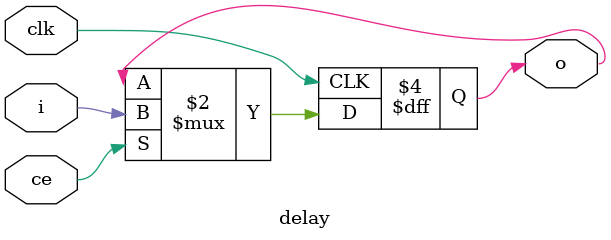
<source format=v>
`timescale 1ns / 1ps
module delay
#(parameter WID = 1)
(
    input clk,
    input ce,
    input [WID:1] i,
    output reg [WID:1] o
);

  always @(posedge clk)
    if (ce) o <= i;

endmodule
//
//
//module delay2
//  #(parameter WID = 1)
//  (
//  input clk,
//  input ce,
//  input [WID:1] i,
//  output reg [WID:1] o
//  );
//
//
//  reg [WID:1] r1;
//
//  always @(posedge clk)
//    if (ce)
//      r1 <= i;
//
//  always @(posedge clk)
//    if (ce)
//      o <= r1;
//
//endmodule
//
//
//module delay3
//  #(parameter WID = 1)
//  (
//  input clk,
//  input ce,
//  input [WID:1] i,
//  output reg [WID:1] o
//  );
//
//  reg [WID:1] r1, r2;
//
//  always @(posedge clk)
//    if (ce)
//      r1 <= i;
//
//  always @(posedge clk)
//    if (ce)
//      r2 <= r1;
//
//  always @(posedge clk)
//    if (ce)
//      o <= r2;
//
//endmodule
//
//module delay4
//  #(parameter WID = 1)
//  (
//  input clk,
//  input ce,
//  input [WID:1] i,
//  output reg [WID:1] o
//  );
//
//  reg [WID:1] r1, r2, r3;
//
//  always @(posedge clk)
//    if (ce)
//      r1 <= i;
//
//  always @(posedge clk)
//    if (ce)
//      r2 <= r1;
//
//  always @(posedge clk)
//    if (ce)
//      r3 <= r2;
//
//  always @(posedge clk)
//    if (ce)
//      o <= r3;
//
//endmodule
//
//
//module delay5
//#(parameter WID = 1)
//(
//  input clk,
//  input ce,
//  input [WID:1] i,
//  output reg [WID:1] o
//);
//
//  reg [WID:1] r1, r2, r3, r4;
//
//  always @(posedge clk)
//    if (ce) r1 <= i;
//
//  always @(posedge clk)
//    if (ce) r2 <= r1;
//
//  always @(posedge clk)
//    if (ce) r3 <= r2;
//
//  always @(posedge clk)
//    if (ce) r4 <= r3;
//
//  always @(posedge clk)
//    if (ce) o <= r4;
//
//endmodule
//

</source>
